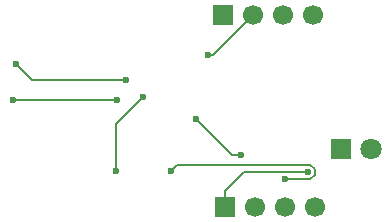
<source format=gbr>
%TF.GenerationSoftware,KiCad,Pcbnew,9.0.1*%
%TF.CreationDate,2025-11-17T22:12:27+05:30*%
%TF.ProjectId,Project_1,50726f6a-6563-4745-9f31-2e6b69636164,rev?*%
%TF.SameCoordinates,Original*%
%TF.FileFunction,Copper,L2,Bot*%
%TF.FilePolarity,Positive*%
%FSLAX46Y46*%
G04 Gerber Fmt 4.6, Leading zero omitted, Abs format (unit mm)*
G04 Created by KiCad (PCBNEW 9.0.1) date 2025-11-17 22:12:27*
%MOMM*%
%LPD*%
G01*
G04 APERTURE LIST*
%TA.AperFunction,ComponentPad*%
%ADD10R,1.700000X1.700000*%
%TD*%
%TA.AperFunction,ComponentPad*%
%ADD11C,1.700000*%
%TD*%
%TA.AperFunction,ComponentPad*%
%ADD12R,1.800000X1.800000*%
%TD*%
%TA.AperFunction,ComponentPad*%
%ADD13C,1.800000*%
%TD*%
%TA.AperFunction,ViaPad*%
%ADD14C,0.600000*%
%TD*%
%TA.AperFunction,Conductor*%
%ADD15C,0.200000*%
%TD*%
G04 APERTURE END LIST*
D10*
%TO.P,J2,1,Pin_1*%
%TO.N,Net-(J2-Pin_1)*%
X140890000Y-85250000D03*
D11*
%TO.P,J2,2,Pin_2*%
%TO.N,Net-(J2-Pin_2)*%
X143430000Y-85250000D03*
%TO.P,J2,3,Pin_3*%
%TO.N,Net-(J2-Pin_3)*%
X145970000Y-85250000D03*
%TO.P,J2,4,Pin_4*%
%TO.N,GND*%
X148510000Y-85250000D03*
%TD*%
D10*
%TO.P,J1,1,Pin_1*%
%TO.N,Net-(J1-Pin_1)*%
X140730000Y-69000000D03*
D11*
%TO.P,J1,2,Pin_2*%
%TO.N,Net-(J1-Pin_2)*%
X143270000Y-69000000D03*
%TO.P,J1,3,Pin_3*%
%TO.N,Net-(J1-Pin_3)*%
X145810000Y-69000000D03*
%TO.P,J1,4,Pin_4*%
%TO.N,+5V*%
X148350000Y-69000000D03*
%TD*%
D12*
%TO.P,D3,1,K*%
%TO.N,GND*%
X150730000Y-80350000D03*
D13*
%TO.P,D3,2,A*%
%TO.N,Net-(D3-A)*%
X153270000Y-80350000D03*
%TD*%
D14*
%TO.N,+5V*%
X131700000Y-82200000D03*
X133950000Y-76000000D03*
X132550000Y-74550000D03*
X123200000Y-73200000D03*
%TO.N,GND*%
X146000000Y-82900000D03*
X136300000Y-82250000D03*
%TO.N,Net-(D2-K)*%
X122950000Y-76250000D03*
X131800000Y-76200000D03*
%TO.N,Net-(J1-Pin_2)*%
X139450000Y-72400000D03*
%TO.N,Net-(J2-Pin_2)*%
X142300000Y-80850000D03*
X138450000Y-77800000D03*
%TO.N,Net-(J2-Pin_1)*%
X147900000Y-82300000D03*
%TD*%
D15*
%TO.N,+5V*%
X132550000Y-74550000D02*
X124550000Y-74550000D01*
X131700000Y-82200000D02*
X131700000Y-78250000D01*
X124550000Y-74550000D02*
X123200000Y-73200000D01*
X131700000Y-78250000D02*
X133950000Y-76000000D01*
%TO.N,GND*%
X148148943Y-81699000D02*
X136851000Y-81699000D01*
X136851000Y-81699000D02*
X136300000Y-82250000D01*
X148501000Y-82548943D02*
X148501000Y-82051057D01*
X148501000Y-82051057D02*
X148148943Y-81699000D01*
X146000000Y-82900000D02*
X148149943Y-82900000D01*
X148149943Y-82900000D02*
X148501000Y-82548943D01*
%TO.N,Net-(D2-K)*%
X131750000Y-76250000D02*
X131800000Y-76200000D01*
X122950000Y-76250000D02*
X131750000Y-76250000D01*
%TO.N,Net-(J1-Pin_2)*%
X139450000Y-72400000D02*
X139870000Y-72400000D01*
X139870000Y-72400000D02*
X143270000Y-69000000D01*
%TO.N,Net-(J2-Pin_2)*%
X138450000Y-77800000D02*
X141500000Y-80850000D01*
X141500000Y-80850000D02*
X142300000Y-80850000D01*
%TO.N,Net-(J2-Pin_1)*%
X142500000Y-82300000D02*
X140890000Y-83910000D01*
X140890000Y-83910000D02*
X140890000Y-85250000D01*
X147900000Y-82300000D02*
X142500000Y-82300000D01*
%TD*%
M02*

</source>
